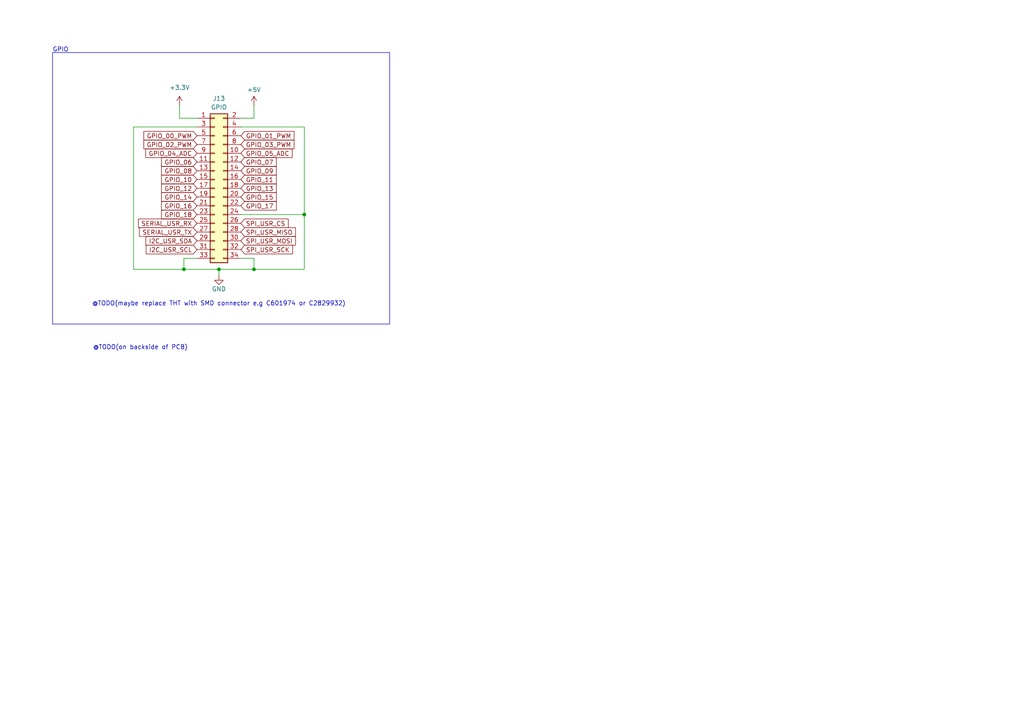
<source format=kicad_sch>
(kicad_sch (version 20250114) (generator "eeschema") (generator_version "9.0")
  (paper "A4")
  (lib_symbols
    (symbol "+5V_1" (power) (pin_names (offset 0))
      (property "Value" "+5V_1" (at 0 3.556 0))
      (symbol "+5V_1_0_1"
        (polyline (pts (xy -0.762 1.27) (xy 0 2.54)))
        (polyline (pts (xy 0 2.54) (xy 0.762 1.27)))
        (polyline (pts (xy 0 0) (xy 0 2.54)))
      )
      (symbol "+5V_1_1_1"
        (pin power_in line (at 0 0 90) (length 0) (hide yes) (name "+5V") (number "1"))
      )
    )
    (symbol "Connector_Generic:Conn_02x17_Odd_Even" (pin_names (offset 1.016) (hide yes))
      (property "Reference" "J" (at 1.27 22.86 0))
      (property "Value" "Conn_02x17_Odd_Even" (at 1.27 -22.86 0))
      (symbol "Conn_02x17_Odd_Even_1_1"
        (rectangle (start -1.27 21.59) (end 3.81 -21.59) (stroke (width 0.254)) (fill (type background)))
        (rectangle (start -1.27 20.447) (end 0 20.193) (stroke (width 0.1524)))
        (rectangle (start -1.27 17.907) (end 0 17.653) (stroke (width 0.1524)))
        (rectangle (start -1.27 15.367) (end 0 15.113) (stroke (width 0.1524)))
        (rectangle (start -1.27 12.827) (end 0 12.573) (stroke (width 0.1524)))
        (rectangle (start -1.27 10.287) (end 0 10.033) (stroke (width 0.1524)))
        (rectangle (start -1.27 7.747) (end 0 7.493) (stroke (width 0.1524)))
        (rectangle (start -1.27 5.207) (end 0 4.953) (stroke (width 0.1524)))
        (rectangle (start -1.27 2.667) (end 0 2.413) (stroke (width 0.1524)))
        (rectangle (start -1.27 0.127) (end 0 -0.127) (stroke (width 0.1524)))
        (rectangle (start -1.27 -2.413) (end 0 -2.667) (stroke (width 0.1524)))
        (rectangle (start -1.27 -4.953) (end 0 -5.207) (stroke (width 0.1524)))
        (rectangle (start -1.27 -7.493) (end 0 -7.747) (stroke (width 0.1524)))
        (rectangle (start -1.27 -10.033) (end 0 -10.287) (stroke (width 0.1524)))
        (rectangle (start -1.27 -12.573) (end 0 -12.827) (stroke (width 0.1524)))
        (rectangle (start -1.27 -15.113) (end 0 -15.367) (stroke (width 0.1524)))
        (rectangle (start -1.27 -17.653) (end 0 -17.907) (stroke (width 0.1524)))
        (rectangle (start -1.27 -20.193) (end 0 -20.447) (stroke (width 0.1524)))
        (rectangle (start 3.81 20.447) (end 2.54 20.193) (stroke (width 0.1524)))
        (rectangle (start 3.81 17.907) (end 2.54 17.653) (stroke (width 0.1524)))
        (rectangle (start 3.81 15.367) (end 2.54 15.113) (stroke (width 0.1524)))
        (rectangle (start 3.81 12.827) (end 2.54 12.573) (stroke (width 0.1524)))
        (rectangle (start 3.81 10.287) (end 2.54 10.033) (stroke (width 0.1524)))
        (rectangle (start 3.81 7.747) (end 2.54 7.493) (stroke (width 0.1524)))
        (rectangle (start 3.81 5.207) (end 2.54 4.953) (stroke (width 0.1524)))
        (rectangle (start 3.81 2.667) (end 2.54 2.413) (stroke (width 0.1524)))
        (rectangle (start 3.81 0.127) (end 2.54 -0.127) (stroke (width 0.1524)))
        (rectangle (start 3.81 -2.413) (end 2.54 -2.667) (stroke (width 0.1524)))
        (rectangle (start 3.81 -4.953) (end 2.54 -5.207) (stroke (width 0.1524)))
        (rectangle (start 3.81 -7.493) (end 2.54 -7.747) (stroke (width 0.1524)))
        (rectangle (start 3.81 -10.033) (end 2.54 -10.287) (stroke (width 0.1524)))
        (rectangle (start 3.81 -12.573) (end 2.54 -12.827) (stroke (width 0.1524)))
        (rectangle (start 3.81 -15.113) (end 2.54 -15.367) (stroke (width 0.1524)))
        (rectangle (start 3.81 -17.653) (end 2.54 -17.907) (stroke (width 0.1524)))
        (rectangle (start 3.81 -20.193) (end 2.54 -20.447) (stroke (width 0.1524)))
        (pin passive line (at -5.08 20.32 0) (length 3.81) (name "Pin_1") (number "1"))
        (pin passive line (at -5.08 17.78 0) (length 3.81) (name "Pin_3") (number "3"))
        (pin passive line (at -5.08 15.24 0) (length 3.81) (name "Pin_5") (number "5"))
        (pin passive line (at -5.08 12.7 0) (length 3.81) (name "Pin_7") (number "7"))
        (pin passive line (at -5.08 10.16 0) (length 3.81) (name "Pin_9") (number "9"))
        (pin passive line (at -5.08 7.62 0) (length 3.81) (name "Pin_11") (number "11"))
        (pin passive line (at -5.08 5.08 0) (length 3.81) (name "Pin_13") (number "13"))
        (pin passive line (at -5.08 2.54 0) (length 3.81) (name "Pin_15") (number "15"))
        (pin passive line (at -5.08 0 0) (length 3.81) (name "Pin_17") (number "17"))
        (pin passive line (at -5.08 -2.54 0) (length 3.81) (name "Pin_19") (number "19"))
        (pin passive line (at -5.08 -5.08 0) (length 3.81) (name "Pin_21") (number "21"))
        (pin passive line (at -5.08 -7.62 0) (length 3.81) (name "Pin_23") (number "23"))
        (pin passive line (at -5.08 -10.16 0) (length 3.81) (name "Pin_25") (number "25"))
        (pin passive line (at -5.08 -12.7 0) (length 3.81) (name "Pin_27") (number "27"))
        (pin passive line (at -5.08 -15.24 0) (length 3.81) (name "Pin_29") (number "29"))
        (pin passive line (at -5.08 -17.78 0) (length 3.81) (name "Pin_31") (number "31"))
        (pin passive line (at -5.08 -20.32 0) (length 3.81) (name "Pin_33") (number "33"))
        (pin passive line (at 7.62 20.32 180) (length 3.81) (name "Pin_2") (number "2"))
        (pin passive line (at 7.62 17.78 180) (length 3.81) (name "Pin_4") (number "4"))
        (pin passive line (at 7.62 15.24 180) (length 3.81) (name "Pin_6") (number "6"))
        (pin passive line (at 7.62 12.7 180) (length 3.81) (name "Pin_8") (number "8"))
        (pin passive line (at 7.62 10.16 180) (length 3.81) (name "Pin_10") (number "10"))
        (pin passive line (at 7.62 7.62 180) (length 3.81) (name "Pin_12") (number "12"))
        (pin passive line (at 7.62 5.08 180) (length 3.81) (name "Pin_14") (number "14"))
        (pin passive line (at 7.62 2.54 180) (length 3.81) (name "Pin_16") (number "16"))
        (pin passive line (at 7.62 0 180) (length 3.81) (name "Pin_18") (number "18"))
        (pin passive line (at 7.62 -2.54 180) (length 3.81) (name "Pin_20") (number "20"))
        (pin passive line (at 7.62 -5.08 180) (length 3.81) (name "Pin_22") (number "22"))
        (pin passive line (at 7.62 -7.62 180) (length 3.81) (name "Pin_24") (number "24"))
        (pin passive line (at 7.62 -10.16 180) (length 3.81) (name "Pin_26") (number "26"))
        (pin passive line (at 7.62 -12.7 180) (length 3.81) (name "Pin_28") (number "28"))
        (pin passive line (at 7.62 -15.24 180) (length 3.81) (name "Pin_30") (number "30"))
        (pin passive line (at 7.62 -17.78 180) (length 3.81) (name "Pin_32") (number "32"))
        (pin passive line (at 7.62 -20.32 180) (length 3.81) (name "Pin_34") (number "34"))
      )
    )
    (symbol "power:+3.3V" (power) (pin_names (offset 0))
      (property "Value" "+3.3V" (at 0 3.556 0))
      (symbol "+3.3V_0_1"
        (polyline (pts (xy -0.762 1.27) (xy 0 2.54)))
        (polyline (pts (xy 0 2.54) (xy 0.762 1.27)))
        (polyline (pts (xy 0 0) (xy 0 2.54)))
      )
      (symbol "+3.3V_1_1"
        (pin power_in line (at 0 0 90) (length 0) (hide yes) (name "+3.3V") (number "1"))
      )
    )
    (symbol "power:GND" (power) (pin_names (offset 0))
      (property "Value" "GND" (at 0 -3.81 0))
      (symbol "GND_0_1"
        (polyline (pts (xy 0 0) (xy 0 -1.27) (xy 1.27 -1.27) (xy 0 -2.54) (xy -1.27 -1.27) (xy 0 -1.27)))
      )
      (symbol "GND_1_1"
        (pin power_in line (at 0 0 270) (length 0) (hide yes) (name "GND") (number "1"))
      )
    )
  )
  (rectangle (start 15.24 15.24) (end 113.03 93.98))
  (text "@TODO(maybe replace THT with SMD connector e.g C601974 or C2829932)" (at 26.67 88.9 0) (effects (font (size 1.27 1.27)) (justify left bottom)))
  (text "@TODO(on backside of PCB)" (at 26.924 101.6 0) (effects (font (size 1.27 1.27)) (justify left bottom)))
  (text "GPIO" (at 15.24 15.24 0) (effects (font (size 1.27 1.27)) (justify left bottom)))
  (junction (at 63.5 78.105))
  (junction (at 53.34 78.105))
  (junction (at 88.265 62.23))
  (junction (at 73.66 78.105))
  (wire (pts (xy 88.265 78.105) (xy 73.66 78.105)))
  (wire (pts (xy 53.34 78.105) (xy 38.735 78.105)))
  (wire (pts (xy 63.5 78.105) (xy 53.34 78.105)))
  (wire (pts (xy 88.265 62.23) (xy 88.265 78.105)))
  (wire (pts (xy 69.85 74.93) (xy 73.66 74.93)))
  (wire (pts (xy 63.5 78.105) (xy 63.5 80.01)))
  (wire (pts (xy 38.735 36.83) (xy 57.15 36.83)))
  (wire (pts (xy 38.735 36.83) (xy 38.735 78.105)))
  (wire (pts (xy 53.34 74.93) (xy 53.34 78.105)))
  (wire (pts (xy 57.15 74.93) (xy 53.34 74.93)))
  (wire (pts (xy 52.07 34.29) (xy 52.07 30.48)))
  (wire (pts (xy 88.265 36.83) (xy 88.265 62.23)))
  (wire (pts (xy 69.85 62.23) (xy 88.265 62.23)))
  (wire (pts (xy 69.85 34.29) (xy 73.66 34.29)))
  (wire (pts (xy 73.66 30.48) (xy 73.66 34.29)))
  (wire (pts (xy 57.15 34.29) (xy 52.07 34.29)))
  (wire (pts (xy 73.66 74.93) (xy 73.66 78.105)))
  (wire (pts (xy 73.66 78.105) (xy 63.5 78.105)))
  (wire (pts (xy 69.85 36.83) (xy 88.265 36.83)))
  (global_label "SPI_USR_CS" (shape input) (at 69.85 64.77 0) (property "Intersheetrefs" "${INTERSHEET_REFS}" (effects (hide yes))))
  (global_label "GPIO_06" (shape input) (at 57.15 46.99 180) (property "Intersheetrefs" "${INTERSHEET_REFS}" (effects (hide yes))))
  (global_label "GPIO_12" (shape input) (at 57.15 54.61 180) (property "Intersheetrefs" "${INTERSHEET_REFS}" (effects (hide yes))))
  (global_label "GPIO_07" (shape input) (at 69.85 46.99 0) (property "Intersheetrefs" "${INTERSHEET_REFS}" (effects (hide yes))))
  (global_label "GPIO_03_PWM" (shape input) (at 69.85 41.91 0) (property "Intersheetrefs" "${INTERSHEET_REFS}" (effects (hide yes))))
  (global_label "I2C_USR_SCL" (shape input) (at 57.15 72.39 180) (property "Intersheetrefs" "${INTERSHEET_REFS}" (effects (hide yes))))
  (global_label "SERIAL_USR_RX" (shape input) (at 57.15 64.77 180) (property "Intersheetrefs" "${INTERSHEET_REFS}" (effects (hide yes))))
  (global_label "GPIO_10" (shape input) (at 57.15 52.07 180) (property "Intersheetrefs" "${INTERSHEET_REFS}" (effects (hide yes))))
  (global_label "GPIO_11" (shape input) (at 69.85 52.07 0) (property "Intersheetrefs" "${INTERSHEET_REFS}" (effects (hide yes))))
  (global_label "GPIO_02_PWM" (shape input) (at 57.15 41.91 180) (property "Intersheetrefs" "${INTERSHEET_REFS}" (effects (hide yes))))
  (global_label "GPIO_08" (shape input) (at 57.15 49.53 180) (property "Intersheetrefs" "${INTERSHEET_REFS}" (effects (hide yes))))
  (global_label "GPIO_13" (shape input) (at 69.85 54.61 0) (property "Intersheetrefs" "${INTERSHEET_REFS}" (effects (hide yes))))
  (global_label "GPIO_04_ADC" (shape input) (at 57.15 44.45 180) (property "Intersheetrefs" "${INTERSHEET_REFS}" (effects (hide yes))))
  (global_label "I2C_USR_SDA" (shape input) (at 57.15 69.85 180) (property "Intersheetrefs" "${INTERSHEET_REFS}" (effects (hide yes))))
  (global_label "SERIAL_USR_TX" (shape input) (at 57.15 67.31 180) (property "Intersheetrefs" "${INTERSHEET_REFS}" (effects (hide yes))))
  (global_label "GPIO_00_PWM" (shape input) (at 57.15 39.37 180) (property "Intersheetrefs" "${INTERSHEET_REFS}" (effects (hide yes))))
  (global_label "GPIO_18" (shape input) (at 57.15 62.23 180) (property "Intersheetrefs" "${INTERSHEET_REFS}" (effects (hide yes))))
  (global_label "GPIO_09" (shape input) (at 69.85 49.53 0) (property "Intersheetrefs" "${INTERSHEET_REFS}" (effects (hide yes))))
  (global_label "GPIO_05_ADC" (shape input) (at 69.85 44.45 0) (property "Intersheetrefs" "${INTERSHEET_REFS}" (effects (hide yes))))
  (global_label "GPIO_15" (shape input) (at 69.85 57.15 0) (property "Intersheetrefs" "${INTERSHEET_REFS}" (effects (hide yes))))
  (global_label "SPI_USR_MISO" (shape input) (at 69.85 67.31 0) (property "Intersheetrefs" "${INTERSHEET_REFS}" (effects (hide yes))))
  (global_label "SPI_USR_MOSI" (shape input) (at 69.85 69.85 0) (property "Intersheetrefs" "${INTERSHEET_REFS}" (effects (hide yes))))
  (global_label "GPIO_16" (shape input) (at 57.15 59.69 180) (property "Intersheetrefs" "${INTERSHEET_REFS}" (effects (hide yes))))
  (global_label "SPI_USR_SCK" (shape input) (at 69.85 72.39 0) (property "Intersheetrefs" "${INTERSHEET_REFS}" (effects (hide yes))))
  (global_label "GPIO_14" (shape input) (at 57.15 57.15 180) (property "Intersheetrefs" "${INTERSHEET_REFS}" (effects (hide yes))))
  (global_label "GPIO_01_PWM" (shape input) (at 69.85 39.37 0) (property "Intersheetrefs" "${INTERSHEET_REFS}" (effects (hide yes))))
  (global_label "GPIO_17" (shape input) (at 69.85 59.69 0) (property "Intersheetrefs" "${INTERSHEET_REFS}" (effects (hide yes))))
  (symbol (lib_id "Connector_Generic:Conn_02x17_Odd_Even") (at 62.23 54.61 0) (unit 1)
    (property "Reference" "J2" (at 63.5 28.575 0))
    (property "Value" "GPIO" (at 63.5 31.115 0))
    (property "Footprint" "Connector_IDC:IDC-Header_2x17_P2.54mm_Horizontal" (effects (hide yes)))
    (property "JLCPCB" "C79866" (effects (hide yes)))
    (instances (project "KLST_PANDA" (path "" (reference "J13") (unit 1))) (project "KLST_PANDA" (path "" (reference "J2") (unit 1))))
  )
  (symbol (lib_id "power:+3.3V") (at 52.07 30.48 0) (unit 1)
    (property "Reference" "#PWR09" (effects (hide yes)))
    (property "Value" "+3.3V" (at 52.07 25.4 0))
    (property "Description" "Power symbol creates a global label with name \"+3.3V\"" (effects (hide yes)))
  )
  (symbol (lib_id "power:GND") (at 63.5 80.01 0) (unit 1)
    (property "Reference" "#PWR03" (effects (hide yes)))
    (property "Value" "GND" (at 63.5 83.82 0))
    (instances (project "KLST_PANDA" (path "" (reference "#PWR078") (unit 1))) (project "KLST_PANDA" (path "" (reference "#PWR03") (unit 1))))
  )
  (symbol (lib_name "+5V_1") (lib_id "power:+5V") (at 73.66 30.48 0) (unit 1)
    (property "Reference" "#PWR04" (effects (hide yes)))
    (property "Value" "+5V" (at 73.66 26.035 0))
    (instances (project "KLST_PANDA" (path "" (reference "#PWR079") (unit 1))) (project "KLST_PANDA" (path "" (reference "#PWR04") (unit 1))))
  )
)
</source>
